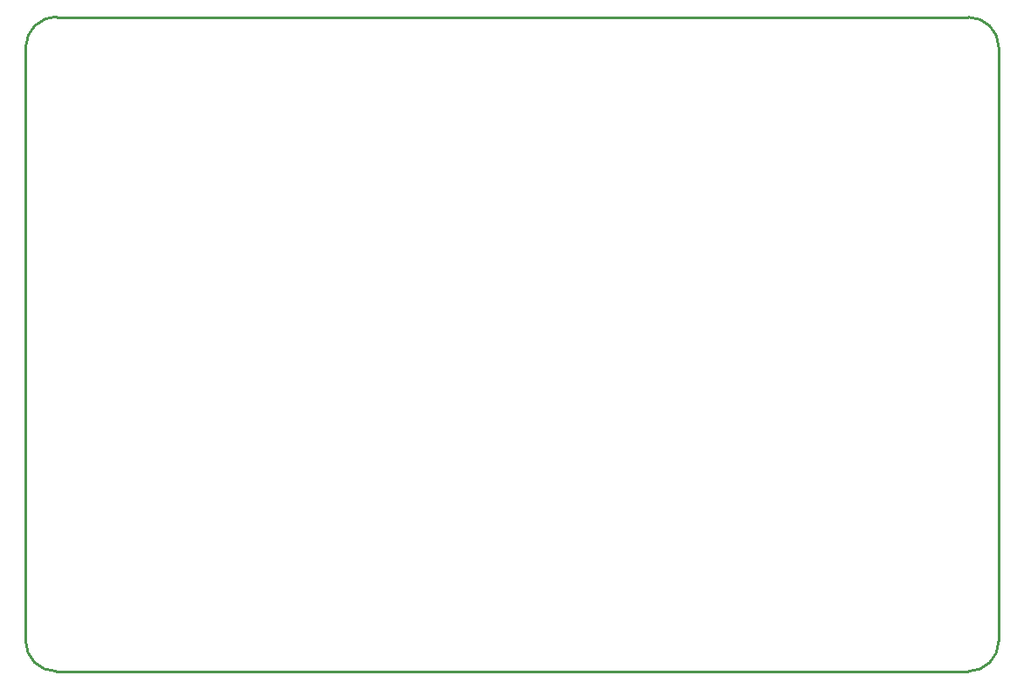
<source format=gko>
G04 Layer: BoardOutlineLayer*
G04 EasyEDA v6.5.44, 2024-09-11 13:33:57*
G04 d97fa038366940f8a7afa66022820b17,998d2601f2934e99b29d4200b4e4a5d6,10*
G04 Gerber Generator version 0.2*
G04 Scale: 100 percent, Rotated: No, Reflected: No *
G04 Dimensions in inches *
G04 leading zeros omitted , absolute positions ,3 integer and 6 decimal *
%FSLAX36Y36*%
%MOIN*%

%ADD10C,0.0100*%
D10*
X0Y115000D02*
G01*
X-109Y2385000D01*
X120000Y2500000D02*
G01*
X3600000Y2500000D01*
X3600000Y0D02*
G01*
X115000Y0D01*
X3715000Y2385000D02*
G01*
X3715000Y115000D01*
G75*
G01*
X120000Y2500000D02*
G03*
X-109Y2385000I-5000J-115000D01*
G75*
G01*
X0Y115000D02*
G03*
X115000Y0I115000J0D01*
G75*
G01*
X3715000Y2385000D02*
G03*
X3600000Y2500000I-115000J0D01*
G75*
G01*
X3600000Y0D02*
G03*
X3715000Y115000I0J115000D01*

%LPD*%
M02*

</source>
